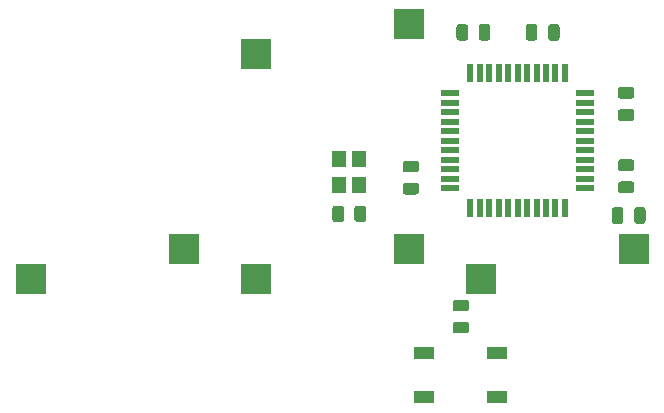
<source format=gbp>
G04 #@! TF.GenerationSoftware,KiCad,Pcbnew,(5.1.5)-3*
G04 #@! TF.CreationDate,2020-03-25T17:20:55+01:00*
G04 #@! TF.ProjectId,4Keys,344b6579-732e-46b6-9963-61645f706362,rev?*
G04 #@! TF.SameCoordinates,Original*
G04 #@! TF.FileFunction,Paste,Bot*
G04 #@! TF.FilePolarity,Positive*
%FSLAX46Y46*%
G04 Gerber Fmt 4.6, Leading zero omitted, Abs format (unit mm)*
G04 Created by KiCad (PCBNEW (5.1.5)-3) date 2020-03-25 17:20:55*
%MOMM*%
%LPD*%
G04 APERTURE LIST*
%ADD10R,2.550000X2.500000*%
%ADD11R,1.200000X1.400000*%
%ADD12R,1.500000X0.550000*%
%ADD13R,0.550000X1.500000*%
%ADD14R,1.800000X1.100000*%
%ADD15C,0.100000*%
G04 APERTURE END LIST*
D10*
X191579500Y-43338750D03*
X178652500Y-45878750D03*
X210629500Y-62388750D03*
X197702500Y-64928750D03*
X172529500Y-62388750D03*
X159602500Y-64928750D03*
X191579500Y-62388750D03*
X178652500Y-64928750D03*
D11*
X185681250Y-54768750D03*
X185681250Y-56968750D03*
X187381250Y-56968750D03*
X187381250Y-54768750D03*
D12*
X206518750Y-57181250D03*
X206518750Y-56381250D03*
X206518750Y-55581250D03*
X206518750Y-54781250D03*
X206518750Y-53981250D03*
X206518750Y-53181250D03*
X206518750Y-52381250D03*
X206518750Y-51581250D03*
X206518750Y-50781250D03*
X206518750Y-49981250D03*
X206518750Y-49181250D03*
D13*
X204818750Y-47481250D03*
X204018750Y-47481250D03*
X203218750Y-47481250D03*
X202418750Y-47481250D03*
X201618750Y-47481250D03*
X200818750Y-47481250D03*
X200018750Y-47481250D03*
X199218750Y-47481250D03*
X198418750Y-47481250D03*
X197618750Y-47481250D03*
X196818750Y-47481250D03*
D12*
X195118750Y-49181250D03*
X195118750Y-49981250D03*
X195118750Y-50781250D03*
X195118750Y-51581250D03*
X195118750Y-52381250D03*
X195118750Y-53181250D03*
X195118750Y-53981250D03*
X195118750Y-54781250D03*
X195118750Y-55581250D03*
X195118750Y-56381250D03*
X195118750Y-57181250D03*
D13*
X196818750Y-58881250D03*
X197618750Y-58881250D03*
X198418750Y-58881250D03*
X199218750Y-58881250D03*
X200018750Y-58881250D03*
X200818750Y-58881250D03*
X201618750Y-58881250D03*
X202418750Y-58881250D03*
X203218750Y-58881250D03*
X204018750Y-58881250D03*
X204818750Y-58881250D03*
D14*
X192900000Y-71150000D03*
X199100000Y-74850000D03*
X192900000Y-74850000D03*
X199100000Y-71150000D03*
D15*
G36*
X202267642Y-43301174D02*
G01*
X202291303Y-43304684D01*
X202314507Y-43310496D01*
X202337029Y-43318554D01*
X202358653Y-43328782D01*
X202379170Y-43341079D01*
X202398383Y-43355329D01*
X202416107Y-43371393D01*
X202432171Y-43389117D01*
X202446421Y-43408330D01*
X202458718Y-43428847D01*
X202468946Y-43450471D01*
X202477004Y-43472993D01*
X202482816Y-43496197D01*
X202486326Y-43519858D01*
X202487500Y-43543750D01*
X202487500Y-44456250D01*
X202486326Y-44480142D01*
X202482816Y-44503803D01*
X202477004Y-44527007D01*
X202468946Y-44549529D01*
X202458718Y-44571153D01*
X202446421Y-44591670D01*
X202432171Y-44610883D01*
X202416107Y-44628607D01*
X202398383Y-44644671D01*
X202379170Y-44658921D01*
X202358653Y-44671218D01*
X202337029Y-44681446D01*
X202314507Y-44689504D01*
X202291303Y-44695316D01*
X202267642Y-44698826D01*
X202243750Y-44700000D01*
X201756250Y-44700000D01*
X201732358Y-44698826D01*
X201708697Y-44695316D01*
X201685493Y-44689504D01*
X201662971Y-44681446D01*
X201641347Y-44671218D01*
X201620830Y-44658921D01*
X201601617Y-44644671D01*
X201583893Y-44628607D01*
X201567829Y-44610883D01*
X201553579Y-44591670D01*
X201541282Y-44571153D01*
X201531054Y-44549529D01*
X201522996Y-44527007D01*
X201517184Y-44503803D01*
X201513674Y-44480142D01*
X201512500Y-44456250D01*
X201512500Y-43543750D01*
X201513674Y-43519858D01*
X201517184Y-43496197D01*
X201522996Y-43472993D01*
X201531054Y-43450471D01*
X201541282Y-43428847D01*
X201553579Y-43408330D01*
X201567829Y-43389117D01*
X201583893Y-43371393D01*
X201601617Y-43355329D01*
X201620830Y-43341079D01*
X201641347Y-43328782D01*
X201662971Y-43318554D01*
X201685493Y-43310496D01*
X201708697Y-43304684D01*
X201732358Y-43301174D01*
X201756250Y-43300000D01*
X202243750Y-43300000D01*
X202267642Y-43301174D01*
G37*
G36*
X204142642Y-43301174D02*
G01*
X204166303Y-43304684D01*
X204189507Y-43310496D01*
X204212029Y-43318554D01*
X204233653Y-43328782D01*
X204254170Y-43341079D01*
X204273383Y-43355329D01*
X204291107Y-43371393D01*
X204307171Y-43389117D01*
X204321421Y-43408330D01*
X204333718Y-43428847D01*
X204343946Y-43450471D01*
X204352004Y-43472993D01*
X204357816Y-43496197D01*
X204361326Y-43519858D01*
X204362500Y-43543750D01*
X204362500Y-44456250D01*
X204361326Y-44480142D01*
X204357816Y-44503803D01*
X204352004Y-44527007D01*
X204343946Y-44549529D01*
X204333718Y-44571153D01*
X204321421Y-44591670D01*
X204307171Y-44610883D01*
X204291107Y-44628607D01*
X204273383Y-44644671D01*
X204254170Y-44658921D01*
X204233653Y-44671218D01*
X204212029Y-44681446D01*
X204189507Y-44689504D01*
X204166303Y-44695316D01*
X204142642Y-44698826D01*
X204118750Y-44700000D01*
X203631250Y-44700000D01*
X203607358Y-44698826D01*
X203583697Y-44695316D01*
X203560493Y-44689504D01*
X203537971Y-44681446D01*
X203516347Y-44671218D01*
X203495830Y-44658921D01*
X203476617Y-44644671D01*
X203458893Y-44628607D01*
X203442829Y-44610883D01*
X203428579Y-44591670D01*
X203416282Y-44571153D01*
X203406054Y-44549529D01*
X203397996Y-44527007D01*
X203392184Y-44503803D01*
X203388674Y-44480142D01*
X203387500Y-44456250D01*
X203387500Y-43543750D01*
X203388674Y-43519858D01*
X203392184Y-43496197D01*
X203397996Y-43472993D01*
X203406054Y-43450471D01*
X203416282Y-43428847D01*
X203428579Y-43408330D01*
X203442829Y-43389117D01*
X203458893Y-43371393D01*
X203476617Y-43355329D01*
X203495830Y-43341079D01*
X203516347Y-43328782D01*
X203537971Y-43318554D01*
X203560493Y-43310496D01*
X203583697Y-43304684D01*
X203607358Y-43301174D01*
X203631250Y-43300000D01*
X204118750Y-43300000D01*
X204142642Y-43301174D01*
G37*
G36*
X196480142Y-66638674D02*
G01*
X196503803Y-66642184D01*
X196527007Y-66647996D01*
X196549529Y-66656054D01*
X196571153Y-66666282D01*
X196591670Y-66678579D01*
X196610883Y-66692829D01*
X196628607Y-66708893D01*
X196644671Y-66726617D01*
X196658921Y-66745830D01*
X196671218Y-66766347D01*
X196681446Y-66787971D01*
X196689504Y-66810493D01*
X196695316Y-66833697D01*
X196698826Y-66857358D01*
X196700000Y-66881250D01*
X196700000Y-67368750D01*
X196698826Y-67392642D01*
X196695316Y-67416303D01*
X196689504Y-67439507D01*
X196681446Y-67462029D01*
X196671218Y-67483653D01*
X196658921Y-67504170D01*
X196644671Y-67523383D01*
X196628607Y-67541107D01*
X196610883Y-67557171D01*
X196591670Y-67571421D01*
X196571153Y-67583718D01*
X196549529Y-67593946D01*
X196527007Y-67602004D01*
X196503803Y-67607816D01*
X196480142Y-67611326D01*
X196456250Y-67612500D01*
X195543750Y-67612500D01*
X195519858Y-67611326D01*
X195496197Y-67607816D01*
X195472993Y-67602004D01*
X195450471Y-67593946D01*
X195428847Y-67583718D01*
X195408330Y-67571421D01*
X195389117Y-67557171D01*
X195371393Y-67541107D01*
X195355329Y-67523383D01*
X195341079Y-67504170D01*
X195328782Y-67483653D01*
X195318554Y-67462029D01*
X195310496Y-67439507D01*
X195304684Y-67416303D01*
X195301174Y-67392642D01*
X195300000Y-67368750D01*
X195300000Y-66881250D01*
X195301174Y-66857358D01*
X195304684Y-66833697D01*
X195310496Y-66810493D01*
X195318554Y-66787971D01*
X195328782Y-66766347D01*
X195341079Y-66745830D01*
X195355329Y-66726617D01*
X195371393Y-66708893D01*
X195389117Y-66692829D01*
X195408330Y-66678579D01*
X195428847Y-66666282D01*
X195450471Y-66656054D01*
X195472993Y-66647996D01*
X195496197Y-66642184D01*
X195519858Y-66638674D01*
X195543750Y-66637500D01*
X196456250Y-66637500D01*
X196480142Y-66638674D01*
G37*
G36*
X196480142Y-68513674D02*
G01*
X196503803Y-68517184D01*
X196527007Y-68522996D01*
X196549529Y-68531054D01*
X196571153Y-68541282D01*
X196591670Y-68553579D01*
X196610883Y-68567829D01*
X196628607Y-68583893D01*
X196644671Y-68601617D01*
X196658921Y-68620830D01*
X196671218Y-68641347D01*
X196681446Y-68662971D01*
X196689504Y-68685493D01*
X196695316Y-68708697D01*
X196698826Y-68732358D01*
X196700000Y-68756250D01*
X196700000Y-69243750D01*
X196698826Y-69267642D01*
X196695316Y-69291303D01*
X196689504Y-69314507D01*
X196681446Y-69337029D01*
X196671218Y-69358653D01*
X196658921Y-69379170D01*
X196644671Y-69398383D01*
X196628607Y-69416107D01*
X196610883Y-69432171D01*
X196591670Y-69446421D01*
X196571153Y-69458718D01*
X196549529Y-69468946D01*
X196527007Y-69477004D01*
X196503803Y-69482816D01*
X196480142Y-69486326D01*
X196456250Y-69487500D01*
X195543750Y-69487500D01*
X195519858Y-69486326D01*
X195496197Y-69482816D01*
X195472993Y-69477004D01*
X195450471Y-69468946D01*
X195428847Y-69458718D01*
X195408330Y-69446421D01*
X195389117Y-69432171D01*
X195371393Y-69416107D01*
X195355329Y-69398383D01*
X195341079Y-69379170D01*
X195328782Y-69358653D01*
X195318554Y-69337029D01*
X195310496Y-69314507D01*
X195304684Y-69291303D01*
X195301174Y-69267642D01*
X195300000Y-69243750D01*
X195300000Y-68756250D01*
X195301174Y-68732358D01*
X195304684Y-68708697D01*
X195310496Y-68685493D01*
X195318554Y-68662971D01*
X195328782Y-68641347D01*
X195341079Y-68620830D01*
X195355329Y-68601617D01*
X195371393Y-68583893D01*
X195389117Y-68567829D01*
X195408330Y-68553579D01*
X195428847Y-68541282D01*
X195450471Y-68531054D01*
X195472993Y-68522996D01*
X195496197Y-68517184D01*
X195519858Y-68513674D01*
X195543750Y-68512500D01*
X196456250Y-68512500D01*
X196480142Y-68513674D01*
G37*
G36*
X196392642Y-43301174D02*
G01*
X196416303Y-43304684D01*
X196439507Y-43310496D01*
X196462029Y-43318554D01*
X196483653Y-43328782D01*
X196504170Y-43341079D01*
X196523383Y-43355329D01*
X196541107Y-43371393D01*
X196557171Y-43389117D01*
X196571421Y-43408330D01*
X196583718Y-43428847D01*
X196593946Y-43450471D01*
X196602004Y-43472993D01*
X196607816Y-43496197D01*
X196611326Y-43519858D01*
X196612500Y-43543750D01*
X196612500Y-44456250D01*
X196611326Y-44480142D01*
X196607816Y-44503803D01*
X196602004Y-44527007D01*
X196593946Y-44549529D01*
X196583718Y-44571153D01*
X196571421Y-44591670D01*
X196557171Y-44610883D01*
X196541107Y-44628607D01*
X196523383Y-44644671D01*
X196504170Y-44658921D01*
X196483653Y-44671218D01*
X196462029Y-44681446D01*
X196439507Y-44689504D01*
X196416303Y-44695316D01*
X196392642Y-44698826D01*
X196368750Y-44700000D01*
X195881250Y-44700000D01*
X195857358Y-44698826D01*
X195833697Y-44695316D01*
X195810493Y-44689504D01*
X195787971Y-44681446D01*
X195766347Y-44671218D01*
X195745830Y-44658921D01*
X195726617Y-44644671D01*
X195708893Y-44628607D01*
X195692829Y-44610883D01*
X195678579Y-44591670D01*
X195666282Y-44571153D01*
X195656054Y-44549529D01*
X195647996Y-44527007D01*
X195642184Y-44503803D01*
X195638674Y-44480142D01*
X195637500Y-44456250D01*
X195637500Y-43543750D01*
X195638674Y-43519858D01*
X195642184Y-43496197D01*
X195647996Y-43472993D01*
X195656054Y-43450471D01*
X195666282Y-43428847D01*
X195678579Y-43408330D01*
X195692829Y-43389117D01*
X195708893Y-43371393D01*
X195726617Y-43355329D01*
X195745830Y-43341079D01*
X195766347Y-43328782D01*
X195787971Y-43318554D01*
X195810493Y-43310496D01*
X195833697Y-43304684D01*
X195857358Y-43301174D01*
X195881250Y-43300000D01*
X196368750Y-43300000D01*
X196392642Y-43301174D01*
G37*
G36*
X198267642Y-43301174D02*
G01*
X198291303Y-43304684D01*
X198314507Y-43310496D01*
X198337029Y-43318554D01*
X198358653Y-43328782D01*
X198379170Y-43341079D01*
X198398383Y-43355329D01*
X198416107Y-43371393D01*
X198432171Y-43389117D01*
X198446421Y-43408330D01*
X198458718Y-43428847D01*
X198468946Y-43450471D01*
X198477004Y-43472993D01*
X198482816Y-43496197D01*
X198486326Y-43519858D01*
X198487500Y-43543750D01*
X198487500Y-44456250D01*
X198486326Y-44480142D01*
X198482816Y-44503803D01*
X198477004Y-44527007D01*
X198468946Y-44549529D01*
X198458718Y-44571153D01*
X198446421Y-44591670D01*
X198432171Y-44610883D01*
X198416107Y-44628607D01*
X198398383Y-44644671D01*
X198379170Y-44658921D01*
X198358653Y-44671218D01*
X198337029Y-44681446D01*
X198314507Y-44689504D01*
X198291303Y-44695316D01*
X198267642Y-44698826D01*
X198243750Y-44700000D01*
X197756250Y-44700000D01*
X197732358Y-44698826D01*
X197708697Y-44695316D01*
X197685493Y-44689504D01*
X197662971Y-44681446D01*
X197641347Y-44671218D01*
X197620830Y-44658921D01*
X197601617Y-44644671D01*
X197583893Y-44628607D01*
X197567829Y-44610883D01*
X197553579Y-44591670D01*
X197541282Y-44571153D01*
X197531054Y-44549529D01*
X197522996Y-44527007D01*
X197517184Y-44503803D01*
X197513674Y-44480142D01*
X197512500Y-44456250D01*
X197512500Y-43543750D01*
X197513674Y-43519858D01*
X197517184Y-43496197D01*
X197522996Y-43472993D01*
X197531054Y-43450471D01*
X197541282Y-43428847D01*
X197553579Y-43408330D01*
X197567829Y-43389117D01*
X197583893Y-43371393D01*
X197601617Y-43355329D01*
X197620830Y-43341079D01*
X197641347Y-43328782D01*
X197662971Y-43318554D01*
X197685493Y-43310496D01*
X197708697Y-43304684D01*
X197732358Y-43301174D01*
X197756250Y-43300000D01*
X198243750Y-43300000D01*
X198267642Y-43301174D01*
G37*
G36*
X192250142Y-54885674D02*
G01*
X192273803Y-54889184D01*
X192297007Y-54894996D01*
X192319529Y-54903054D01*
X192341153Y-54913282D01*
X192361670Y-54925579D01*
X192380883Y-54939829D01*
X192398607Y-54955893D01*
X192414671Y-54973617D01*
X192428921Y-54992830D01*
X192441218Y-55013347D01*
X192451446Y-55034971D01*
X192459504Y-55057493D01*
X192465316Y-55080697D01*
X192468826Y-55104358D01*
X192470000Y-55128250D01*
X192470000Y-55615750D01*
X192468826Y-55639642D01*
X192465316Y-55663303D01*
X192459504Y-55686507D01*
X192451446Y-55709029D01*
X192441218Y-55730653D01*
X192428921Y-55751170D01*
X192414671Y-55770383D01*
X192398607Y-55788107D01*
X192380883Y-55804171D01*
X192361670Y-55818421D01*
X192341153Y-55830718D01*
X192319529Y-55840946D01*
X192297007Y-55849004D01*
X192273803Y-55854816D01*
X192250142Y-55858326D01*
X192226250Y-55859500D01*
X191313750Y-55859500D01*
X191289858Y-55858326D01*
X191266197Y-55854816D01*
X191242993Y-55849004D01*
X191220471Y-55840946D01*
X191198847Y-55830718D01*
X191178330Y-55818421D01*
X191159117Y-55804171D01*
X191141393Y-55788107D01*
X191125329Y-55770383D01*
X191111079Y-55751170D01*
X191098782Y-55730653D01*
X191088554Y-55709029D01*
X191080496Y-55686507D01*
X191074684Y-55663303D01*
X191071174Y-55639642D01*
X191070000Y-55615750D01*
X191070000Y-55128250D01*
X191071174Y-55104358D01*
X191074684Y-55080697D01*
X191080496Y-55057493D01*
X191088554Y-55034971D01*
X191098782Y-55013347D01*
X191111079Y-54992830D01*
X191125329Y-54973617D01*
X191141393Y-54955893D01*
X191159117Y-54939829D01*
X191178330Y-54925579D01*
X191198847Y-54913282D01*
X191220471Y-54903054D01*
X191242993Y-54894996D01*
X191266197Y-54889184D01*
X191289858Y-54885674D01*
X191313750Y-54884500D01*
X192226250Y-54884500D01*
X192250142Y-54885674D01*
G37*
G36*
X192250142Y-56760674D02*
G01*
X192273803Y-56764184D01*
X192297007Y-56769996D01*
X192319529Y-56778054D01*
X192341153Y-56788282D01*
X192361670Y-56800579D01*
X192380883Y-56814829D01*
X192398607Y-56830893D01*
X192414671Y-56848617D01*
X192428921Y-56867830D01*
X192441218Y-56888347D01*
X192451446Y-56909971D01*
X192459504Y-56932493D01*
X192465316Y-56955697D01*
X192468826Y-56979358D01*
X192470000Y-57003250D01*
X192470000Y-57490750D01*
X192468826Y-57514642D01*
X192465316Y-57538303D01*
X192459504Y-57561507D01*
X192451446Y-57584029D01*
X192441218Y-57605653D01*
X192428921Y-57626170D01*
X192414671Y-57645383D01*
X192398607Y-57663107D01*
X192380883Y-57679171D01*
X192361670Y-57693421D01*
X192341153Y-57705718D01*
X192319529Y-57715946D01*
X192297007Y-57724004D01*
X192273803Y-57729816D01*
X192250142Y-57733326D01*
X192226250Y-57734500D01*
X191313750Y-57734500D01*
X191289858Y-57733326D01*
X191266197Y-57729816D01*
X191242993Y-57724004D01*
X191220471Y-57715946D01*
X191198847Y-57705718D01*
X191178330Y-57693421D01*
X191159117Y-57679171D01*
X191141393Y-57663107D01*
X191125329Y-57645383D01*
X191111079Y-57626170D01*
X191098782Y-57605653D01*
X191088554Y-57584029D01*
X191080496Y-57561507D01*
X191074684Y-57538303D01*
X191071174Y-57514642D01*
X191070000Y-57490750D01*
X191070000Y-57003250D01*
X191071174Y-56979358D01*
X191074684Y-56955697D01*
X191080496Y-56932493D01*
X191088554Y-56909971D01*
X191098782Y-56888347D01*
X191111079Y-56867830D01*
X191125329Y-56848617D01*
X191141393Y-56830893D01*
X191159117Y-56814829D01*
X191178330Y-56800579D01*
X191198847Y-56788282D01*
X191220471Y-56778054D01*
X191242993Y-56769996D01*
X191266197Y-56764184D01*
X191289858Y-56760674D01*
X191313750Y-56759500D01*
X192226250Y-56759500D01*
X192250142Y-56760674D01*
G37*
G36*
X211422642Y-58811174D02*
G01*
X211446303Y-58814684D01*
X211469507Y-58820496D01*
X211492029Y-58828554D01*
X211513653Y-58838782D01*
X211534170Y-58851079D01*
X211553383Y-58865329D01*
X211571107Y-58881393D01*
X211587171Y-58899117D01*
X211601421Y-58918330D01*
X211613718Y-58938847D01*
X211623946Y-58960471D01*
X211632004Y-58982993D01*
X211637816Y-59006197D01*
X211641326Y-59029858D01*
X211642500Y-59053750D01*
X211642500Y-59966250D01*
X211641326Y-59990142D01*
X211637816Y-60013803D01*
X211632004Y-60037007D01*
X211623946Y-60059529D01*
X211613718Y-60081153D01*
X211601421Y-60101670D01*
X211587171Y-60120883D01*
X211571107Y-60138607D01*
X211553383Y-60154671D01*
X211534170Y-60168921D01*
X211513653Y-60181218D01*
X211492029Y-60191446D01*
X211469507Y-60199504D01*
X211446303Y-60205316D01*
X211422642Y-60208826D01*
X211398750Y-60210000D01*
X210911250Y-60210000D01*
X210887358Y-60208826D01*
X210863697Y-60205316D01*
X210840493Y-60199504D01*
X210817971Y-60191446D01*
X210796347Y-60181218D01*
X210775830Y-60168921D01*
X210756617Y-60154671D01*
X210738893Y-60138607D01*
X210722829Y-60120883D01*
X210708579Y-60101670D01*
X210696282Y-60081153D01*
X210686054Y-60059529D01*
X210677996Y-60037007D01*
X210672184Y-60013803D01*
X210668674Y-59990142D01*
X210667500Y-59966250D01*
X210667500Y-59053750D01*
X210668674Y-59029858D01*
X210672184Y-59006197D01*
X210677996Y-58982993D01*
X210686054Y-58960471D01*
X210696282Y-58938847D01*
X210708579Y-58918330D01*
X210722829Y-58899117D01*
X210738893Y-58881393D01*
X210756617Y-58865329D01*
X210775830Y-58851079D01*
X210796347Y-58838782D01*
X210817971Y-58828554D01*
X210840493Y-58820496D01*
X210863697Y-58814684D01*
X210887358Y-58811174D01*
X210911250Y-58810000D01*
X211398750Y-58810000D01*
X211422642Y-58811174D01*
G37*
G36*
X209547642Y-58811174D02*
G01*
X209571303Y-58814684D01*
X209594507Y-58820496D01*
X209617029Y-58828554D01*
X209638653Y-58838782D01*
X209659170Y-58851079D01*
X209678383Y-58865329D01*
X209696107Y-58881393D01*
X209712171Y-58899117D01*
X209726421Y-58918330D01*
X209738718Y-58938847D01*
X209748946Y-58960471D01*
X209757004Y-58982993D01*
X209762816Y-59006197D01*
X209766326Y-59029858D01*
X209767500Y-59053750D01*
X209767500Y-59966250D01*
X209766326Y-59990142D01*
X209762816Y-60013803D01*
X209757004Y-60037007D01*
X209748946Y-60059529D01*
X209738718Y-60081153D01*
X209726421Y-60101670D01*
X209712171Y-60120883D01*
X209696107Y-60138607D01*
X209678383Y-60154671D01*
X209659170Y-60168921D01*
X209638653Y-60181218D01*
X209617029Y-60191446D01*
X209594507Y-60199504D01*
X209571303Y-60205316D01*
X209547642Y-60208826D01*
X209523750Y-60210000D01*
X209036250Y-60210000D01*
X209012358Y-60208826D01*
X208988697Y-60205316D01*
X208965493Y-60199504D01*
X208942971Y-60191446D01*
X208921347Y-60181218D01*
X208900830Y-60168921D01*
X208881617Y-60154671D01*
X208863893Y-60138607D01*
X208847829Y-60120883D01*
X208833579Y-60101670D01*
X208821282Y-60081153D01*
X208811054Y-60059529D01*
X208802996Y-60037007D01*
X208797184Y-60013803D01*
X208793674Y-59990142D01*
X208792500Y-59966250D01*
X208792500Y-59053750D01*
X208793674Y-59029858D01*
X208797184Y-59006197D01*
X208802996Y-58982993D01*
X208811054Y-58960471D01*
X208821282Y-58938847D01*
X208833579Y-58918330D01*
X208847829Y-58899117D01*
X208863893Y-58881393D01*
X208881617Y-58865329D01*
X208900830Y-58851079D01*
X208921347Y-58838782D01*
X208942971Y-58828554D01*
X208965493Y-58820496D01*
X208988697Y-58814684D01*
X209012358Y-58811174D01*
X209036250Y-58810000D01*
X209523750Y-58810000D01*
X209547642Y-58811174D01*
G37*
G36*
X210480142Y-50513674D02*
G01*
X210503803Y-50517184D01*
X210527007Y-50522996D01*
X210549529Y-50531054D01*
X210571153Y-50541282D01*
X210591670Y-50553579D01*
X210610883Y-50567829D01*
X210628607Y-50583893D01*
X210644671Y-50601617D01*
X210658921Y-50620830D01*
X210671218Y-50641347D01*
X210681446Y-50662971D01*
X210689504Y-50685493D01*
X210695316Y-50708697D01*
X210698826Y-50732358D01*
X210700000Y-50756250D01*
X210700000Y-51243750D01*
X210698826Y-51267642D01*
X210695316Y-51291303D01*
X210689504Y-51314507D01*
X210681446Y-51337029D01*
X210671218Y-51358653D01*
X210658921Y-51379170D01*
X210644671Y-51398383D01*
X210628607Y-51416107D01*
X210610883Y-51432171D01*
X210591670Y-51446421D01*
X210571153Y-51458718D01*
X210549529Y-51468946D01*
X210527007Y-51477004D01*
X210503803Y-51482816D01*
X210480142Y-51486326D01*
X210456250Y-51487500D01*
X209543750Y-51487500D01*
X209519858Y-51486326D01*
X209496197Y-51482816D01*
X209472993Y-51477004D01*
X209450471Y-51468946D01*
X209428847Y-51458718D01*
X209408330Y-51446421D01*
X209389117Y-51432171D01*
X209371393Y-51416107D01*
X209355329Y-51398383D01*
X209341079Y-51379170D01*
X209328782Y-51358653D01*
X209318554Y-51337029D01*
X209310496Y-51314507D01*
X209304684Y-51291303D01*
X209301174Y-51267642D01*
X209300000Y-51243750D01*
X209300000Y-50756250D01*
X209301174Y-50732358D01*
X209304684Y-50708697D01*
X209310496Y-50685493D01*
X209318554Y-50662971D01*
X209328782Y-50641347D01*
X209341079Y-50620830D01*
X209355329Y-50601617D01*
X209371393Y-50583893D01*
X209389117Y-50567829D01*
X209408330Y-50553579D01*
X209428847Y-50541282D01*
X209450471Y-50531054D01*
X209472993Y-50522996D01*
X209496197Y-50517184D01*
X209519858Y-50513674D01*
X209543750Y-50512500D01*
X210456250Y-50512500D01*
X210480142Y-50513674D01*
G37*
G36*
X210480142Y-48638674D02*
G01*
X210503803Y-48642184D01*
X210527007Y-48647996D01*
X210549529Y-48656054D01*
X210571153Y-48666282D01*
X210591670Y-48678579D01*
X210610883Y-48692829D01*
X210628607Y-48708893D01*
X210644671Y-48726617D01*
X210658921Y-48745830D01*
X210671218Y-48766347D01*
X210681446Y-48787971D01*
X210689504Y-48810493D01*
X210695316Y-48833697D01*
X210698826Y-48857358D01*
X210700000Y-48881250D01*
X210700000Y-49368750D01*
X210698826Y-49392642D01*
X210695316Y-49416303D01*
X210689504Y-49439507D01*
X210681446Y-49462029D01*
X210671218Y-49483653D01*
X210658921Y-49504170D01*
X210644671Y-49523383D01*
X210628607Y-49541107D01*
X210610883Y-49557171D01*
X210591670Y-49571421D01*
X210571153Y-49583718D01*
X210549529Y-49593946D01*
X210527007Y-49602004D01*
X210503803Y-49607816D01*
X210480142Y-49611326D01*
X210456250Y-49612500D01*
X209543750Y-49612500D01*
X209519858Y-49611326D01*
X209496197Y-49607816D01*
X209472993Y-49602004D01*
X209450471Y-49593946D01*
X209428847Y-49583718D01*
X209408330Y-49571421D01*
X209389117Y-49557171D01*
X209371393Y-49541107D01*
X209355329Y-49523383D01*
X209341079Y-49504170D01*
X209328782Y-49483653D01*
X209318554Y-49462029D01*
X209310496Y-49439507D01*
X209304684Y-49416303D01*
X209301174Y-49392642D01*
X209300000Y-49368750D01*
X209300000Y-48881250D01*
X209301174Y-48857358D01*
X209304684Y-48833697D01*
X209310496Y-48810493D01*
X209318554Y-48787971D01*
X209328782Y-48766347D01*
X209341079Y-48745830D01*
X209355329Y-48726617D01*
X209371393Y-48708893D01*
X209389117Y-48692829D01*
X209408330Y-48678579D01*
X209428847Y-48666282D01*
X209450471Y-48656054D01*
X209472993Y-48647996D01*
X209496197Y-48642184D01*
X209519858Y-48638674D01*
X209543750Y-48637500D01*
X210456250Y-48637500D01*
X210480142Y-48638674D01*
G37*
G36*
X210480142Y-54758674D02*
G01*
X210503803Y-54762184D01*
X210527007Y-54767996D01*
X210549529Y-54776054D01*
X210571153Y-54786282D01*
X210591670Y-54798579D01*
X210610883Y-54812829D01*
X210628607Y-54828893D01*
X210644671Y-54846617D01*
X210658921Y-54865830D01*
X210671218Y-54886347D01*
X210681446Y-54907971D01*
X210689504Y-54930493D01*
X210695316Y-54953697D01*
X210698826Y-54977358D01*
X210700000Y-55001250D01*
X210700000Y-55488750D01*
X210698826Y-55512642D01*
X210695316Y-55536303D01*
X210689504Y-55559507D01*
X210681446Y-55582029D01*
X210671218Y-55603653D01*
X210658921Y-55624170D01*
X210644671Y-55643383D01*
X210628607Y-55661107D01*
X210610883Y-55677171D01*
X210591670Y-55691421D01*
X210571153Y-55703718D01*
X210549529Y-55713946D01*
X210527007Y-55722004D01*
X210503803Y-55727816D01*
X210480142Y-55731326D01*
X210456250Y-55732500D01*
X209543750Y-55732500D01*
X209519858Y-55731326D01*
X209496197Y-55727816D01*
X209472993Y-55722004D01*
X209450471Y-55713946D01*
X209428847Y-55703718D01*
X209408330Y-55691421D01*
X209389117Y-55677171D01*
X209371393Y-55661107D01*
X209355329Y-55643383D01*
X209341079Y-55624170D01*
X209328782Y-55603653D01*
X209318554Y-55582029D01*
X209310496Y-55559507D01*
X209304684Y-55536303D01*
X209301174Y-55512642D01*
X209300000Y-55488750D01*
X209300000Y-55001250D01*
X209301174Y-54977358D01*
X209304684Y-54953697D01*
X209310496Y-54930493D01*
X209318554Y-54907971D01*
X209328782Y-54886347D01*
X209341079Y-54865830D01*
X209355329Y-54846617D01*
X209371393Y-54828893D01*
X209389117Y-54812829D01*
X209408330Y-54798579D01*
X209428847Y-54786282D01*
X209450471Y-54776054D01*
X209472993Y-54767996D01*
X209496197Y-54762184D01*
X209519858Y-54758674D01*
X209543750Y-54757500D01*
X210456250Y-54757500D01*
X210480142Y-54758674D01*
G37*
G36*
X210480142Y-56633674D02*
G01*
X210503803Y-56637184D01*
X210527007Y-56642996D01*
X210549529Y-56651054D01*
X210571153Y-56661282D01*
X210591670Y-56673579D01*
X210610883Y-56687829D01*
X210628607Y-56703893D01*
X210644671Y-56721617D01*
X210658921Y-56740830D01*
X210671218Y-56761347D01*
X210681446Y-56782971D01*
X210689504Y-56805493D01*
X210695316Y-56828697D01*
X210698826Y-56852358D01*
X210700000Y-56876250D01*
X210700000Y-57363750D01*
X210698826Y-57387642D01*
X210695316Y-57411303D01*
X210689504Y-57434507D01*
X210681446Y-57457029D01*
X210671218Y-57478653D01*
X210658921Y-57499170D01*
X210644671Y-57518383D01*
X210628607Y-57536107D01*
X210610883Y-57552171D01*
X210591670Y-57566421D01*
X210571153Y-57578718D01*
X210549529Y-57588946D01*
X210527007Y-57597004D01*
X210503803Y-57602816D01*
X210480142Y-57606326D01*
X210456250Y-57607500D01*
X209543750Y-57607500D01*
X209519858Y-57606326D01*
X209496197Y-57602816D01*
X209472993Y-57597004D01*
X209450471Y-57588946D01*
X209428847Y-57578718D01*
X209408330Y-57566421D01*
X209389117Y-57552171D01*
X209371393Y-57536107D01*
X209355329Y-57518383D01*
X209341079Y-57499170D01*
X209328782Y-57478653D01*
X209318554Y-57457029D01*
X209310496Y-57434507D01*
X209304684Y-57411303D01*
X209301174Y-57387642D01*
X209300000Y-57363750D01*
X209300000Y-56876250D01*
X209301174Y-56852358D01*
X209304684Y-56828697D01*
X209310496Y-56805493D01*
X209318554Y-56782971D01*
X209328782Y-56761347D01*
X209341079Y-56740830D01*
X209355329Y-56721617D01*
X209371393Y-56703893D01*
X209389117Y-56687829D01*
X209408330Y-56673579D01*
X209428847Y-56661282D01*
X209450471Y-56651054D01*
X209472993Y-56642996D01*
X209496197Y-56637184D01*
X209519858Y-56633674D01*
X209543750Y-56632500D01*
X210456250Y-56632500D01*
X210480142Y-56633674D01*
G37*
G36*
X185877642Y-58671174D02*
G01*
X185901303Y-58674684D01*
X185924507Y-58680496D01*
X185947029Y-58688554D01*
X185968653Y-58698782D01*
X185989170Y-58711079D01*
X186008383Y-58725329D01*
X186026107Y-58741393D01*
X186042171Y-58759117D01*
X186056421Y-58778330D01*
X186068718Y-58798847D01*
X186078946Y-58820471D01*
X186087004Y-58842993D01*
X186092816Y-58866197D01*
X186096326Y-58889858D01*
X186097500Y-58913750D01*
X186097500Y-59826250D01*
X186096326Y-59850142D01*
X186092816Y-59873803D01*
X186087004Y-59897007D01*
X186078946Y-59919529D01*
X186068718Y-59941153D01*
X186056421Y-59961670D01*
X186042171Y-59980883D01*
X186026107Y-59998607D01*
X186008383Y-60014671D01*
X185989170Y-60028921D01*
X185968653Y-60041218D01*
X185947029Y-60051446D01*
X185924507Y-60059504D01*
X185901303Y-60065316D01*
X185877642Y-60068826D01*
X185853750Y-60070000D01*
X185366250Y-60070000D01*
X185342358Y-60068826D01*
X185318697Y-60065316D01*
X185295493Y-60059504D01*
X185272971Y-60051446D01*
X185251347Y-60041218D01*
X185230830Y-60028921D01*
X185211617Y-60014671D01*
X185193893Y-59998607D01*
X185177829Y-59980883D01*
X185163579Y-59961670D01*
X185151282Y-59941153D01*
X185141054Y-59919529D01*
X185132996Y-59897007D01*
X185127184Y-59873803D01*
X185123674Y-59850142D01*
X185122500Y-59826250D01*
X185122500Y-58913750D01*
X185123674Y-58889858D01*
X185127184Y-58866197D01*
X185132996Y-58842993D01*
X185141054Y-58820471D01*
X185151282Y-58798847D01*
X185163579Y-58778330D01*
X185177829Y-58759117D01*
X185193893Y-58741393D01*
X185211617Y-58725329D01*
X185230830Y-58711079D01*
X185251347Y-58698782D01*
X185272971Y-58688554D01*
X185295493Y-58680496D01*
X185318697Y-58674684D01*
X185342358Y-58671174D01*
X185366250Y-58670000D01*
X185853750Y-58670000D01*
X185877642Y-58671174D01*
G37*
G36*
X187752642Y-58671174D02*
G01*
X187776303Y-58674684D01*
X187799507Y-58680496D01*
X187822029Y-58688554D01*
X187843653Y-58698782D01*
X187864170Y-58711079D01*
X187883383Y-58725329D01*
X187901107Y-58741393D01*
X187917171Y-58759117D01*
X187931421Y-58778330D01*
X187943718Y-58798847D01*
X187953946Y-58820471D01*
X187962004Y-58842993D01*
X187967816Y-58866197D01*
X187971326Y-58889858D01*
X187972500Y-58913750D01*
X187972500Y-59826250D01*
X187971326Y-59850142D01*
X187967816Y-59873803D01*
X187962004Y-59897007D01*
X187953946Y-59919529D01*
X187943718Y-59941153D01*
X187931421Y-59961670D01*
X187917171Y-59980883D01*
X187901107Y-59998607D01*
X187883383Y-60014671D01*
X187864170Y-60028921D01*
X187843653Y-60041218D01*
X187822029Y-60051446D01*
X187799507Y-60059504D01*
X187776303Y-60065316D01*
X187752642Y-60068826D01*
X187728750Y-60070000D01*
X187241250Y-60070000D01*
X187217358Y-60068826D01*
X187193697Y-60065316D01*
X187170493Y-60059504D01*
X187147971Y-60051446D01*
X187126347Y-60041218D01*
X187105830Y-60028921D01*
X187086617Y-60014671D01*
X187068893Y-59998607D01*
X187052829Y-59980883D01*
X187038579Y-59961670D01*
X187026282Y-59941153D01*
X187016054Y-59919529D01*
X187007996Y-59897007D01*
X187002184Y-59873803D01*
X186998674Y-59850142D01*
X186997500Y-59826250D01*
X186997500Y-58913750D01*
X186998674Y-58889858D01*
X187002184Y-58866197D01*
X187007996Y-58842993D01*
X187016054Y-58820471D01*
X187026282Y-58798847D01*
X187038579Y-58778330D01*
X187052829Y-58759117D01*
X187068893Y-58741393D01*
X187086617Y-58725329D01*
X187105830Y-58711079D01*
X187126347Y-58698782D01*
X187147971Y-58688554D01*
X187170493Y-58680496D01*
X187193697Y-58674684D01*
X187217358Y-58671174D01*
X187241250Y-58670000D01*
X187728750Y-58670000D01*
X187752642Y-58671174D01*
G37*
M02*

</source>
